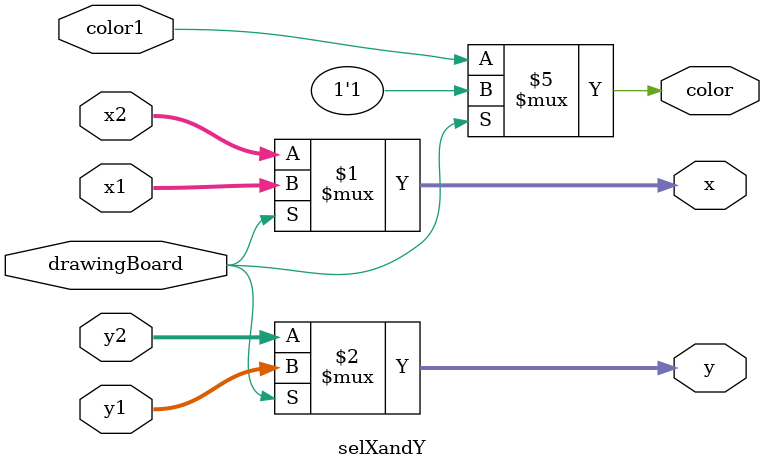
<source format=sv>
module selXandY(input logic [10:0] x1, y1, x2, y2, input logic drawingBoard, color1, output logic [10:0] x, y, output logic color);
	assign x = drawingBoard ? x1: x2;
	assign y = drawingBoard ? y1: y2;
	always_comb begin
		if(drawingBoard)
			color = 1'b1;
		else 
			color = color1;
	end
endmodule 
</source>
